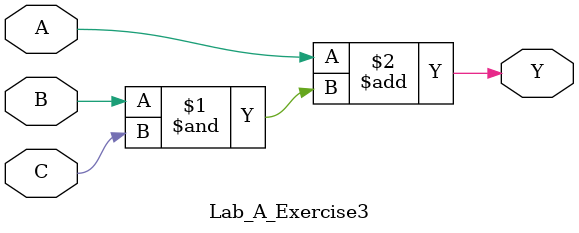
<source format=v>
`timescale 1ns / 1ps
module Lab_A_Exercise3(Y,A,B,C);

	output Y;
	input A,B,C;
	
	assign Y = A + (B&C);

endmodule

</source>
